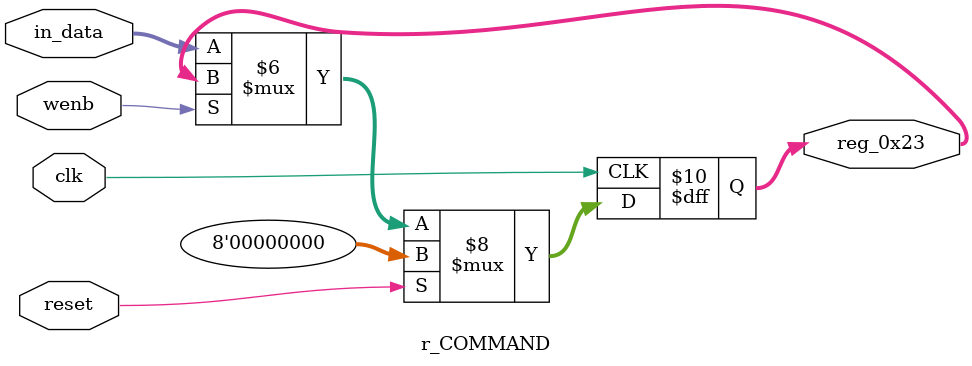
<source format=v>
module r_COMMAND(output reg [7:0] reg_0x23, input wire reset, input wire wenb, input wire [7:0] in_data, input wire clk);
	always@(posedge clk)
	begin
		if(reset==0) begin
			if(wenb==0)
				reg_0x23<=in_data;
			else
				reg_0x23<=reg_0x23;
		end
		else
			reg_0x23<=8'h00;
	end
endmodule
</source>
